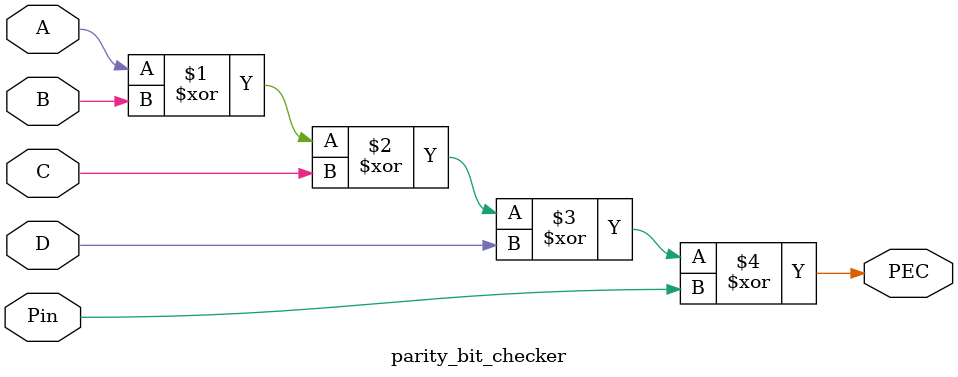
<source format=v>
`timescale 1ns / 1ps

module parity_bit_checker(
    input A,
    input B,
    input C,
    input D,
    input Pin,
    output PEC
    );
    
    assign PEC = A ^ B ^ C ^ D ^ Pin;
endmodule
</source>
